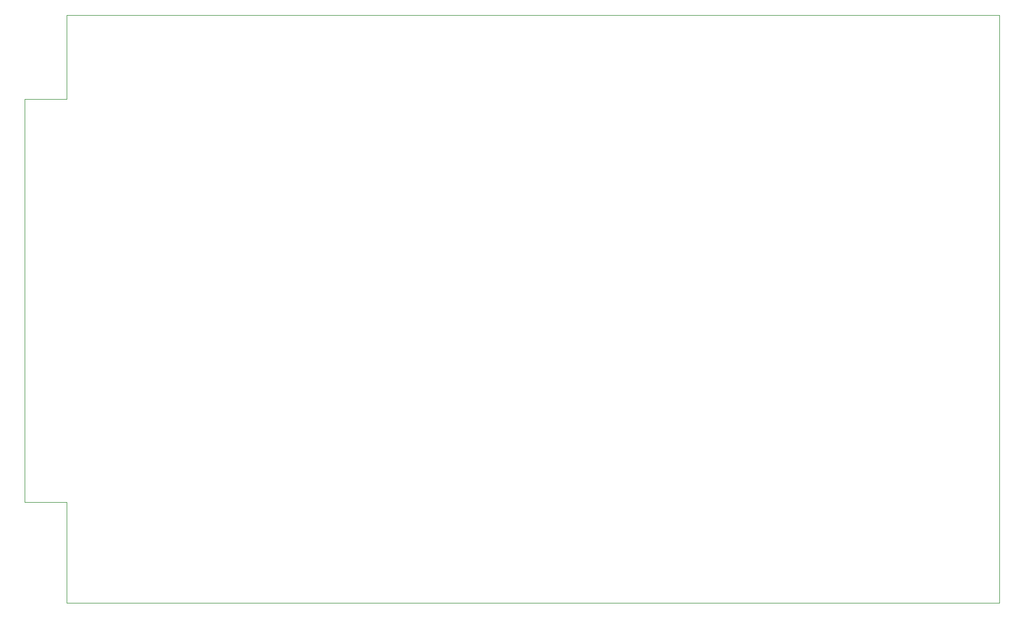
<source format=gbr>
%TF.GenerationSoftware,KiCad,Pcbnew,(5.1.6)-1*%
%TF.CreationDate,2024-05-08T10:03:09-05:00*%
%TF.ProjectId,_prototype_samelcd,5f70726f-746f-4747-9970-655f73616d65,rev?*%
%TF.SameCoordinates,PX2e063a0PY71d9820*%
%TF.FileFunction,Profile,NP*%
%FSLAX46Y46*%
G04 Gerber Fmt 4.6, Leading zero omitted, Abs format (unit mm)*
G04 Created by KiCad (PCBNEW (5.1.6)-1) date 2024-05-08 10:03:09*
%MOMM*%
%LPD*%
G01*
G04 APERTURE LIST*
%TA.AperFunction,Profile*%
%ADD10C,0.100000*%
%TD*%
G04 APERTURE END LIST*
D10*
X6350000Y76200000D02*
X6350000Y88900000D01*
X6350000Y76200000D02*
X0Y76200000D01*
X6350000Y15240000D02*
X0Y15240000D01*
X6350000Y0D02*
X6350000Y15240000D01*
X0Y15240000D02*
X0Y76200000D01*
X147320000Y0D02*
X6350000Y0D01*
X147320000Y88900000D02*
X147320000Y0D01*
X6350000Y88900000D02*
X147320000Y88900000D01*
M02*

</source>
